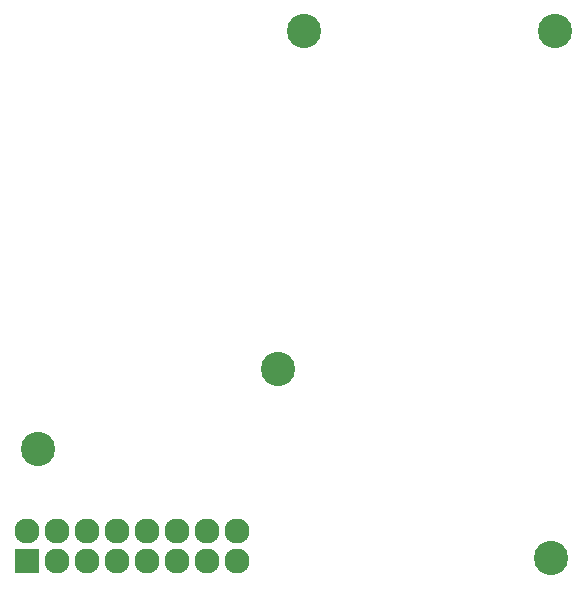
<source format=gbr>
G04 #@! TF.FileFunction,Soldermask,Top*
%FSLAX46Y46*%
G04 Gerber Fmt 4.6, Leading zero omitted, Abs format (unit mm)*
G04 Created by KiCad (PCBNEW 4.0.4-stable) date 04/03/18 15:39:41*
%MOMM*%
%LPD*%
G01*
G04 APERTURE LIST*
%ADD10C,0.100000*%
%ADD11O,2.127200X2.127200*%
%ADD12R,2.127200X2.127200*%
%ADD13C,2.900000*%
G04 APERTURE END LIST*
D10*
D11*
X145034000Y-106375200D03*
X145034000Y-108915200D03*
X142494000Y-106375200D03*
X142494000Y-108915200D03*
X139954000Y-106375200D03*
X139954000Y-108915200D03*
X137414000Y-106375200D03*
X137414000Y-108915200D03*
D12*
X127254000Y-108915200D03*
D11*
X127254000Y-106375200D03*
X129794000Y-108915200D03*
X129794000Y-106375200D03*
X132334000Y-108915200D03*
X132334000Y-106375200D03*
X134874000Y-108915200D03*
X134874000Y-106375200D03*
D13*
X148556980Y-92666820D03*
X150774400Y-64038480D03*
X128219200Y-99466400D03*
X171686220Y-108676440D03*
X172030000Y-64100000D03*
M02*

</source>
